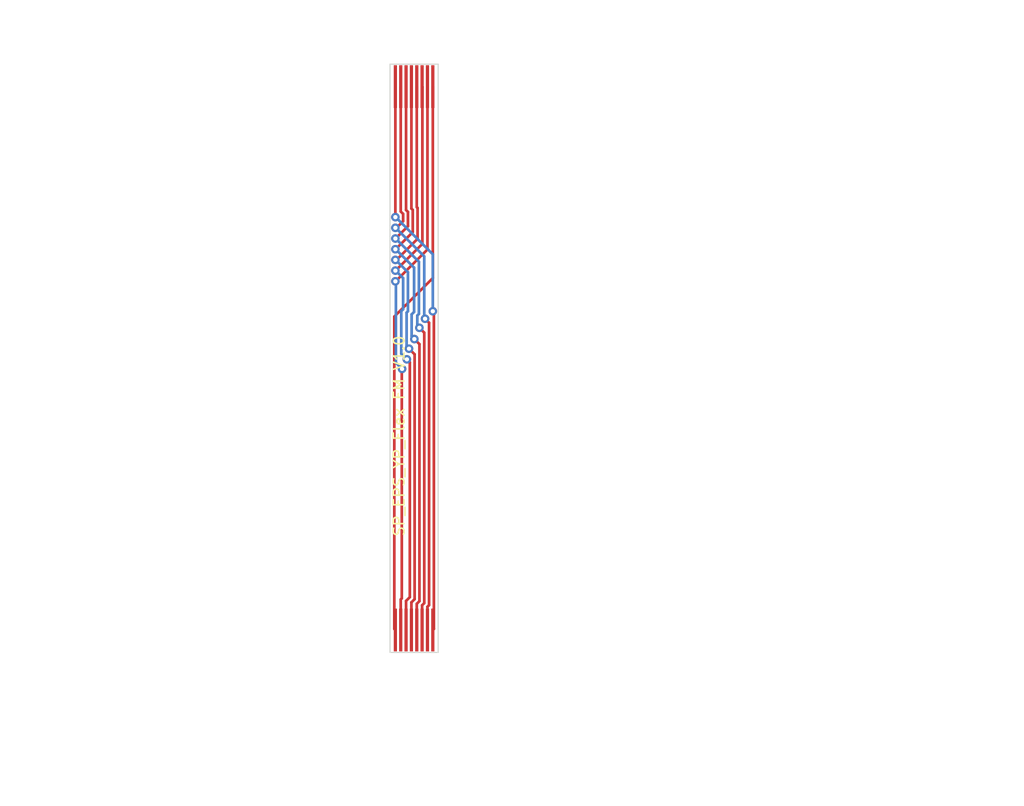
<source format=kicad_pcb>
(kicad_pcb (version 20240108) (generator "pcbnew") (generator_version "8.0")
  (layers (0 "F.Cu" signal) (31 "B.Cu" signal) (34 "B.Paste" user) (35 "F.Paste" user) (36 "B.SilkS" user "B.Silkscreen") (37 "F.SilkS" user "F.Silkscreen") (38 "B.Mask" user) (39 "F.Mask" user) (44 "Edge.Cuts" user))
  (net 0 "")
  (net 1 "8")
  (net 2 "7")
  (net 3 "6")
  (net 4 "5")
  (net 5 "4")
  (net 6 "3")
  (net 7 "2")
  (net 8 "1")
  (footprint "STS_connector:flexpcb con." (layer "F.Cu") (at 120 109.9)
    (property "Reference" "J2" (hide yes))
    (property "Value" "Conn_01x08_Male")
    (pad "1" smd rect (at 0.5 -2) (size 0.3 4) (layers "F.Cu" "F.Paste" "F.Mask") (net 8 "1"))
    (pad "2" smd rect (at 1 -2) (size 0.3 4) (layers "F.Cu" "F.Paste" "F.Mask") (net 7 "2"))
    (pad "3" smd rect (at 1.5 -2) (size 0.3 4) (layers "F.Cu" "F.Paste" "F.Mask") (net 6 "3"))
    (pad "4" smd rect (at 2 -2) (size 0.3 4) (layers "F.Cu" "F.Paste" "F.Mask") (net 5 "4"))
    (pad "5" smd rect (at 2.5 -2) (size 0.3 4) (layers "F.Cu" "F.Paste" "F.Mask") (net 4 "5"))
    (pad "6" smd rect (at 3 -2) (size 0.3 4) (layers "F.Cu" "F.Paste" "F.Mask") (net 3 "6"))
    (pad "7" smd rect (at 3.5 -2) (size 0.3 4) (layers "F.Cu" "F.Paste" "F.Mask") (net 2 "7"))
    (pad "8" smd rect (at 4 -2) (size 0.3 4) (layers "F.Cu" "F.Paste" "F.Mask") (net 1 "8"))
  )
  (footprint "STS_connector:flexpcb con." (layer "F.Cu") (at 120 59.1)
    (property "Reference" "J1" (hide yes))
    (property "Value" "Conn_01x08_Male")
    (pad "1" smd rect (at 0.5 -2) (size 0.3 4) (layers "F.Cu" "F.Paste" "F.Mask") (net 1 "8"))
    (pad "2" smd rect (at 1 -2) (size 0.3 4) (layers "F.Cu" "F.Paste" "F.Mask") (net 2 "7"))
    (pad "3" smd rect (at 1.5 -2) (size 0.3 4) (layers "F.Cu" "F.Paste" "F.Mask") (net 3 "6"))
    (pad "4" smd rect (at 2 -2) (size 0.3 4) (layers "F.Cu" "F.Paste" "F.Mask") (net 4 "5"))
    (pad "5" smd rect (at 2.5 -2) (size 0.3 4) (layers "F.Cu" "F.Paste" "F.Mask") (net 5 "4"))
    (pad "6" smd rect (at 3 -2) (size 0.3 4) (layers "F.Cu" "F.Paste" "F.Mask") (net 6 "3"))
    (pad "7" smd rect (at 3.5 -2) (size 0.3 4) (layers "F.Cu" "F.Paste" "F.Mask") (net 7 "2"))
    (pad "8" smd rect (at 4 -2) (size 0.3 4) (layers "F.Cu" "F.Paste" "F.Mask") (net 8 "1"))
  )
  (gr_line (start 120 110) (end 124.5 110) (stroke (width 0.1)) (layer "Edge.Cuts"))
  (gr_line (start 120 55) (end 120 110) (stroke (width 0.1)) (layer "Edge.Cuts"))
  (gr_line (start 120 55) (end 124.5 55) (stroke (width 0.1)) (layer "Edge.Cuts"))
  (gr_line (start 124.5 55) (end 124.5 110) (stroke (width 0.1)) (layer "Edge.Cuts"))
  (gr_text "SP_EPS_YP_Flex FM V1.0" (at 121.4318 99.2436 90) (layer "F.SilkS") (effects (font (size 1 1)) (justify left bottom)))
  (segment (start 120.5 57.1) (end 120.5 69.3) (width 0.25) (layer "F.Cu") (net 1))
  (segment (start 124 107.9) (end 124.1 107.8) (width 0.25) (layer "F.Cu") (net 1))
  (segment (start 124.1 78.2) (end 124 78.1) (width 0.25) (layer "F.Cu") (net 1))
  (segment (start 124.1 107.8) (end 124.1 78.2) (width 0.25) (layer "F.Cu") (net 1))
  (via (at 124 78.1) (size 0.8) (drill 0.4) (layers "F.Cu" "B.Cu") (net 1))
  (via (at 120.5 69.3) (size 0.8) (drill 0.4) (layers "F.Cu" "B.Cu") (net 1))
  (segment (start 120.5 69.3) (end 120.525302 69.3) (width 0.25) (layer "B.Cu") (net 1))
  (segment (start 124 72.774698) (end 124 78.1) (width 0.25) (layer "B.Cu") (net 1))
  (segment (start 120.525302 69.3) (end 124 72.774698) (width 0.25) (layer "B.Cu") (net 1))
  (segment (start 123.65 79.175) (end 123.65 105.575) (width 0.25) (layer "F.Cu") (net 2))
  (segment (start 121 57.1) (end 121 68.774695) (width 0.25) (layer "F.Cu") (net 2))
  (segment (start 123.275 78.8) (end 123.65 79.175) (width 0.25) (layer "F.Cu") (net 2))
  (segment (start 121.225 69.679318) (end 120.604315 70.300003) (width 0.25) (layer "F.Cu") (net 2))
  (segment (start 123.5 105.725) (end 123.5 107.9) (width 0.25) (layer "F.Cu") (net 2))
  (segment (start 121 68.774695) (end 121.225 68.999695) (width 0.25) (layer "F.Cu") (net 2))
  (segment (start 120.604315 70.300003) (end 120.5 70.300003) (width 0.25) (layer "F.Cu") (net 2))
  (segment (start 123.65 105.575) (end 123.5 105.725) (width 0.25) (layer "F.Cu") (net 2))
  (segment (start 121.225 68.999695) (end 121.225 69.679318) (width 0.25) (layer "F.Cu") (net 2))
  (via (at 123.275 78.8) (size 0.8) (drill 0.4) (layers "F.Cu" "B.Cu") (net 2))
  (via (at 120.5 70.300003) (size 0.8) (drill 0.4) (layers "F.Cu" "B.Cu") (net 2))
  (segment (start 120.5 70.300003) (end 120.525302 70.300003) (width 0.25) (layer "B.Cu") (net 2))
  (segment (start 123.2 78.725) (end 123.275 78.8) (width 0.25) (layer "B.Cu") (net 2))
  (segment (start 123.2 72.974701) (end 123.2 78.725) (width 0.25) (layer "B.Cu") (net 2))
  (segment (start 120.525302 70.300003) (end 123.2 72.974701) (width 0.25) (layer "B.Cu") (net 2))
  (segment (start 121.675 70.150308) (end 120.525302 71.300006) (width 0.25) (layer "F.Cu") (net 3))
  (segment (start 123 105.588604) (end 123 107.9) (width 0.25) (layer "F.Cu") (net 3))
  (segment (start 121.675 68.813299) (end 121.675 70.150308) (width 0.25) (layer "F.Cu") (net 3))
  (segment (start 121.5 57.1) (end 121.5 68.638299) (width 0.25) (layer "F.Cu") (net 3))
  (segment (start 123.2 105.388604) (end 123 105.588604) (width 0.25) (layer "F.Cu") (net 3))
  (segment (start 122.745 79.648) (end 123.2 80.103) (width 0.25) (layer "F.Cu") (net 3))
  (segment (start 123.2 80.103) (end 123.2 105.388604) (width 0.25) (layer "F.Cu") (net 3))
  (segment (start 120.525302 71.300006) (end 120.5 71.300006) (width 0.25) (layer "F.Cu") (net 3))
  (segment (start 121.5 68.638299) (end 121.675 68.813299) (width 0.25) (layer "F.Cu") (net 3))
  (via (at 120.5 71.300006) (size 0.8) (drill 0.4) (layers "F.Cu" "B.Cu") (net 3))
  (via (at 122.745 79.648) (size 0.8) (drill 0.4) (layers "F.Cu" "B.Cu") (net 3))
  (segment (start 122.7 78.349695) (end 122.55 78.499695) (width 0.25) (layer "B.Cu") (net 3))
  (segment (start 122.55 79.453) (end 122.745 79.648) (width 0.25) (layer "B.Cu") (net 3))
  (segment (start 120.5 71.300006) (end 120.525302 71.300006) (width 0.25) (layer "B.Cu") (net 3))
  (segment (start 120.525302 71.300006) (end 122.7 73.474704) (width 0.25) (layer "B.Cu") (net 3))
  (segment (start 122.55 78.499695) (end 122.55 79.453) (width 0.25) (layer "B.Cu") (net 3))
  (segment (start 122.7 73.474704) (end 122.7 78.349695) (width 0.25) (layer "B.Cu") (net 3))
  (segment (start 122.75 105.202208) (end 122.75 81.175) (width 0.25) (layer "F.Cu") (net 4))
  (segment (start 122.125 70.700311) (end 120.525302 72.300009) (width 0.25) (layer "F.Cu") (net 4))
  (segment (start 122.5 105.452208) (end 122.75 105.202208) (width 0.25) (layer "F.Cu") (net 4))
  (segment (start 122.75 81.175) (end 122.275 80.7) (width 0.25) (layer "F.Cu") (net 4))
  (segment (start 120.525302 72.300009) (end 120.5 72.300009) (width 0.25) (layer "F.Cu") (net 4))
  (segment (start 122.5 107.9) (end 122.5 105.452208) (width 0.25) (layer "F.Cu") (net 4))
  (segment (start 122 57.1) (end 122 68.501903) (width 0.25) (layer "F.Cu") (net 4))
  (segment (start 122 68.501903) (end 122.125 68.626903) (width 0.25) (layer "F.Cu") (net 4))
  (segment (start 122.125 68.626903) (end 122.125 70.700311) (width 0.25) (layer "F.Cu") (net 4))
  (via (at 122.275 80.7) (size 0.8) (drill 0.4) (layers "F.Cu" "B.Cu") (net 4))
  (via (at 120.5 72.300009) (size 0.8) (drill 0.4) (layers "F.Cu" "B.Cu") (net 4))
  (segment (start 122.02 80.445) (end 122.02 78.393299) (width 0.25) (layer "B.Cu") (net 4))
  (segment (start 120.525302 72.300009) (end 120.5 72.300009) (width 0.25) (layer "B.Cu") (net 4))
  (segment (start 122.02 78.393299) (end 122.25 78.163299) (width 0.25) (layer "B.Cu") (net 4))
  (segment (start 122.25 74.024707) (end 120.525302 72.300009) (width 0.25) (layer "B.Cu") (net 4))
  (segment (start 122.25 78.163299) (end 122.25 74.024707) (width 0.25) (layer "B.Cu") (net 4))
  (segment (start 122.275 80.7) (end 122.02 80.445) (width 0.25) (layer "B.Cu") (net 4))
  (segment (start 122 105.315812) (end 122.3 105.015812) (width 0.25) (layer "F.Cu") (net 5))
  (segment (start 122.575 71.329328) (end 120.604316 73.300012) (width 0.25) (layer "F.Cu") (net 5))
  (segment (start 122.3 82.125) (end 121.775 81.6) (width 0.25) (layer "F.Cu") (net 5))
  (segment (start 122.3 105.015812) (end 122.3 82.125) (width 0.25) (layer "F.Cu") (net 5))
  (segment (start 120.604316 73.300012) (end 120.5 73.300012) (width 0.25) (layer "F.Cu") (net 5))
  (segment (start 122.5 57.1) (end 122.5 68.365507) (width 0.25) (layer "F.Cu") (net 5))
  (segment (start 122 107.9) (end 122 105.315812) (width 0.25) (layer "F.Cu") (net 5))
  (segment (start 122.5 68.365507) (end 122.575 68.440507) (width 0.25) (layer "F.Cu") (net 5))
  (segment (start 122.575 68.440507) (end 122.575 71.329328) (width 0.25) (layer "F.Cu") (net 5))
  (via (at 121.775 81.6) (size 0.8) (drill 0.4) (layers "F.Cu" "B.Cu") (net 5))
  (via (at 120.5 73.300012) (size 0.8) (drill 0.4) (layers "F.Cu" "B.Cu") (net 5))
  (segment (start 121.675 74.44971) (end 120.525302 73.300012) (width 0.25) (layer "B.Cu") (net 5))
  (segment (start 121.55 81.375) (end 121.55 78.226903) (width 0.25) (layer "B.Cu") (net 5))
  (segment (start 121.775 81.6) (end 121.55 81.375) (width 0.25) (layer "B.Cu") (net 5))
  (segment (start 121.55 78.226903) (end 121.675 78.101903) (width 0.25) (layer "B.Cu") (net 5))
  (segment (start 120.525302 73.300012) (end 120.5 73.300012) (width 0.25) (layer "B.Cu") (net 5))
  (segment (start 121.675 78.101903) (end 121.675 74.44971) (width 0.25) (layer "B.Cu") (net 5))
  (segment (start 121.85 104.829416) (end 121.5 105.179416) (width 0.25) (layer "F.Cu") (net 6))
  (segment (start 121.575 82.596548) (end 121.85 82.871548) (width 0.25) (layer "F.Cu") (net 6))
  (segment (start 123.025 71.800317) (end 120.525302 74.300015) (width 0.25) (layer "F.Cu") (net 6))
  (segment (start 121.85 82.871548) (end 121.85 104.829416) (width 0.25) (layer "F.Cu") (net 6))
  (segment (start 123.025 57.125) (end 123.025 71.800317) (width 0.25) (layer "F.Cu") (net 6))
  (segment (start 123 57.1) (end 123.025 57.125) (width 0.25) (layer "F.Cu") (net 6))
  (segment (start 121.5 105.179416) (end 121.5 107.9) (width 0.25) (layer "F.Cu") (net 6))
  (segment (start 120.525302 74.300015) (end 120.5 74.300015) (width 0.25) (layer "F.Cu") (net 6))
  (via (at 121.575 82.596548) (size 0.8) (drill 0.4) (layers "F.Cu" "B.Cu") (net 6))
  (via (at 120.5 74.300015) (size 0.8) (drill 0.4) (layers "F.Cu" "B.Cu") (net 6))
  (segment (start 121.225 74.999713) (end 120.525302 74.300015) (width 0.25) (layer "B.Cu") (net 6))
  (segment (start 121.05 82.071548) (end 121.05 78.090507) (width 0.25) (layer "B.Cu") (net 6))
  (segment (start 121.05 78.090507) (end 121.225 77.915507) (width 0.25) (layer "B.Cu") (net 6))
  (segment (start 120.525302 74.300015) (end 120.5 74.300015) (width 0.25) (layer "B.Cu") (net 6))
  (segment (start 121.225 77.915507) (end 121.225 74.999713) (width 0.25) (layer "B.Cu") (net 6))
  (segment (start 121.575 82.596548) (end 121.05 82.071548) (width 0.25) (layer "B.Cu") (net 6))
  (segment (start 123.5 72.32532) (end 120.525302 75.300018) (width 0.25) (layer "F.Cu") (net 7))
  (segment (start 120.525302 75.300018) (end 120.5 75.300018) (width 0.25) (layer "F.Cu") (net 7))
  (segment (start 121.1 104.94302) (end 121 105.04302) (width 0.25) (layer "F.Cu") (net 7))
  (segment (start 123.5 57.1) (end 123.5 72.32532) (width 0.25) (layer "F.Cu") (net 7))
  (segment (start 121.1 83.514579) (end 121.1 104.94302) (width 0.25) (layer "F.Cu") (net 7))
  (segment (start 121 105.04302) (end 121 107.9) (width 0.25) (layer "F.Cu") (net 7))
  (segment (start 121.125 83.489579) (end 121.1 83.514579) (width 0.25) (layer "F.Cu") (net 7))
  (via (at 121.125 83.489579) (size 0.8) (drill 0.4) (layers "F.Cu" "B.Cu") (net 7))
  (via (at 120.5 75.300018) (size 0.8) (drill 0.4) (layers "F.Cu" "B.Cu") (net 7))
  (segment (start 121.125 83.489579) (end 120.55 82.914579) (width 0.25) (layer "B.Cu") (net 7))
  (segment (start 120.55 82.914579) (end 120.55 75.350018) (width 0.25) (layer "B.Cu") (net 7))
  (segment (start 120.55 75.350018) (end 120.5 75.300018) (width 0.25) (layer "B.Cu") (net 7))
  (segment (start 120.4 107.8) (end 120.4 78.6) (width 0.25) (layer "F.Cu") (net 8))
  (segment (start 120.4 78.6) (end 124 75) (width 0.25) (layer "F.Cu") (net 8))
  (segment (start 124 75) (end 124 57.1) (width 0.25) (layer "F.Cu") (net 8))
  (segment (start 120.5 107.9) (end 120.4 107.8) (width 0.25) (layer "F.Cu") (net 8))
)
</source>
